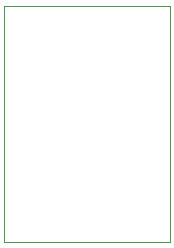
<source format=gbr>
%TF.GenerationSoftware,KiCad,Pcbnew,9.0.0*%
%TF.CreationDate,2025-03-16T05:21:04+01:00*%
%TF.ProjectId,IngestibleCapsule-Antennae,496e6765-7374-4696-926c-654361707375,rev?*%
%TF.SameCoordinates,Original*%
%TF.FileFunction,Profile,NP*%
%FSLAX46Y46*%
G04 Gerber Fmt 4.6, Leading zero omitted, Abs format (unit mm)*
G04 Created by KiCad (PCBNEW 9.0.0) date 2025-03-16 05:21:04*
%MOMM*%
%LPD*%
G01*
G04 APERTURE LIST*
%TA.AperFunction,Profile*%
%ADD10C,0.050000*%
%TD*%
G04 APERTURE END LIST*
D10*
X72970000Y-38160000D02*
X86970000Y-38160000D01*
X86970000Y-58160000D01*
X72970000Y-58160000D01*
X72970000Y-38160000D01*
M02*

</source>
